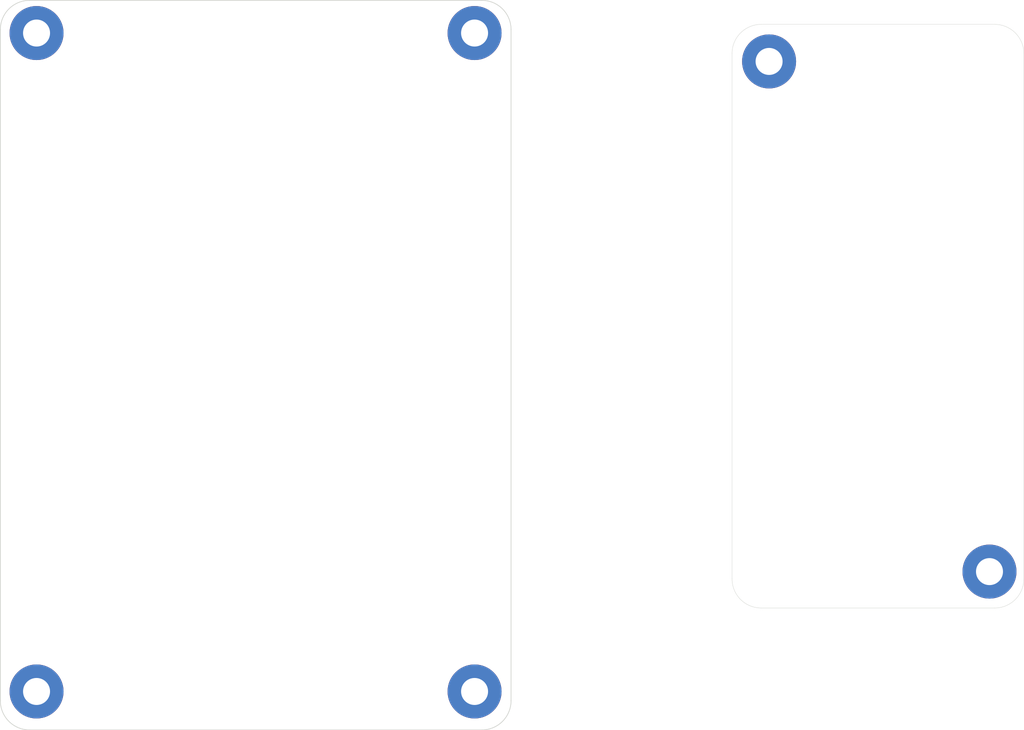
<source format=kicad_pcb>
(kicad_pcb (version 20221018) (generator pcbnew)
  (layers (0 "F.Cu" signal) (31 "B.Cu" signal) (34 "B.Paste" user) (35 "F.Paste" user) (36 "B.SilkS" user "B.Silkscreen") (37 "F.SilkS" user "F.Silkscreen") (38 "B.Mask" user) (39 "F.Mask" user) (44 "Edge.Cuts" user))
  (net 0 "")
  (footprint "MountingHole:MountingHole_3.7mm_Pad_TopBottom" (layer "F.Cu") (at 92.98 45.64)
    (fp_text reference "REF**" hide)
    (fp_text value "MountingHole_3.7mm_Pad_TopBottom" hide)
    (pad "1" thru_hole circle (at 0 0) (size 4.1 4.1) (drill 3.7) (layers "*.Cu" "*.Mask"))
    (pad "1" connect circle (at 0 0) (size 7.4 7.4) (layers "F.Cu" "F.Mask"))
    (pad "1" connect circle (at 0 0) (size 7.4 7.4) (layers "B.Cu" "B.Mask"))
  )
  (footprint "MountingHole:MountingHole_3.7mm_Pad_TopBottom" (layer "F.Cu") (at 92.98 135.89)
    (fp_text reference "REF**" hide)
    (fp_text value "MountingHole_3.7mm_Pad_TopBottom" hide)
    (pad "1" thru_hole circle (at 0 0) (size 4.1 4.1) (drill 3.7) (layers "*.Cu" "*.Mask"))
    (pad "1" connect circle (at 0 0) (size 7.4 7.4) (layers "F.Cu" "F.Mask"))
    (pad "1" connect circle (at 0 0) (size 7.4 7.4) (layers "B.Cu" "B.Mask"))
  )
  (footprint "MountingHole:MountingHole_3.7mm_Pad_TopBottom" (layer "F.Cu") (at 32.94 135.89)
    (fp_text reference "REF**" hide)
    (fp_text value "MountingHole_3.7mm_Pad_TopBottom" hide)
    (pad "1" thru_hole circle (at 0 0) (size 4.1 4.1) (drill 3.7) (layers "*.Cu" "*.Mask"))
    (pad "1" connect circle (at 0 0) (size 7.4 7.4) (layers "F.Cu" "F.Mask"))
    (pad "1" connect circle (at 0 0) (size 7.4 7.4) (layers "B.Cu" "B.Mask"))
  )
  (footprint "MountingHole:MountingHole_3.7mm_Pad_TopBottom" (layer "F.Cu") (at 32.94 45.64)
    (fp_text reference "REF**" hide)
    (fp_text value "MountingHole_3.7mm_Pad_TopBottom" hide)
    (pad "1" thru_hole circle (at 0 0) (size 4.1 4.1) (drill 3.7) (layers "*.Cu" "*.Mask"))
    (pad "1" connect circle (at 0 0) (size 7.4 7.4) (layers "F.Cu" "F.Mask"))
    (pad "1" connect circle (at 0 0) (size 7.4 7.4) (layers "B.Cu" "B.Mask"))
  )
  (footprint "MountingHole:MountingHole_3.7mm_Pad_TopBottom" (layer "F.Cu") (at 133.35 49.53)
    (fp_text reference "REF**" hide)
    (fp_text value "MountingHole_3.7mm_Pad_TopBottom" hide)
    (pad "1" thru_hole circle (at 0 0) (size 4.1 4.1) (drill 3.7) (layers "*.Cu" "*.Mask"))
    (pad "1" connect circle (at 0 0) (size 7.4 7.4) (layers "F.Cu" "F.Mask"))
    (pad "1" connect circle (at 0 0) (size 7.4 7.4) (layers "B.Cu" "B.Mask"))
  )
  (footprint "MountingHole:MountingHole_3.7mm_Pad_TopBottom" (layer "F.Cu") (at 163.56 119.46)
    (fp_text reference "REF**" hide)
    (fp_text value "MountingHole_3.7mm_Pad_TopBottom" hide)
    (pad "1" thru_hole circle (at 0 0) (size 4.1 4.1) (drill 3.7) (layers "*.Cu" "*.Mask"))
    (pad "1" connect circle (at 0 0) (size 7.4 7.4) (layers "F.Cu" "F.Mask"))
    (pad "1" connect circle (at 0 0) (size 7.4 7.4) (layers "B.Cu" "B.Mask"))
  )
  (gr_arc (start 27.98 45.16) (mid 29.151573 42.331573) (end 31.98 41.16) (stroke (width 0.1)) (layer "Edge.Cuts"))
  (gr_line (start 93.98 141.16) (end 31.98 141.16) (stroke (width 0.1)) (layer "Edge.Cuts"))
  (gr_line (start 132.27 44.45) (end 164.27 44.45) (stroke (width 0.05)) (layer "Edge.Cuts"))
  (gr_line (start 97.98 45.16) (end 97.98 137.16) (stroke (width 0.1)) (layer "Edge.Cuts"))
  (gr_arc (start 128.27 48.45) (mid 129.441573 45.621573) (end 132.27 44.45) (stroke (width 0.05)) (layer "Edge.Cuts"))
  (gr_line (start 164.27 124.45) (end 132.27 124.45) (stroke (width 0.05)) (layer "Edge.Cuts"))
  (gr_line (start 31.98 41.16) (end 93.98 41.16) (stroke (width 0.1)) (layer "Edge.Cuts"))
  (gr_arc (start 168.27 120.45) (mid 167.098427 123.278427) (end 164.27 124.45) (stroke (width 0.05)) (layer "Edge.Cuts"))
  (gr_line (start 128.27 120.45) (end 128.27 48.45) (stroke (width 0.05)) (layer "Edge.Cuts"))
  (gr_arc (start 31.98 141.16) (mid 29.151573 139.988427) (end 27.98 137.16) (stroke (width 0.1)) (layer "Edge.Cuts"))
  (gr_arc (start 132.27 124.45) (mid 129.441573 123.278427) (end 128.27 120.45) (stroke (width 0.05)) (layer "Edge.Cuts"))
  (gr_arc (start 97.98 137.16) (mid 96.808427 139.988427) (end 93.98 141.16) (stroke (width 0.1)) (layer "Edge.Cuts"))
  (gr_line (start 27.98 137.16) (end 27.98 45.16) (stroke (width 0.1)) (layer "Edge.Cuts"))
  (gr_arc (start 164.27 44.45) (mid 167.098427 45.621573) (end 168.27 48.45) (stroke (width 0.05)) (layer "Edge.Cuts"))
  (gr_arc (start 93.98 41.16) (mid 96.808427 42.331573) (end 97.98 45.16) (stroke (width 0.1)) (layer "Edge.Cuts"))
  (gr_line (start 168.27 48.45) (end 168.27 120.45) (stroke (width 0.05)) (layer "Edge.Cuts"))
)
</source>
